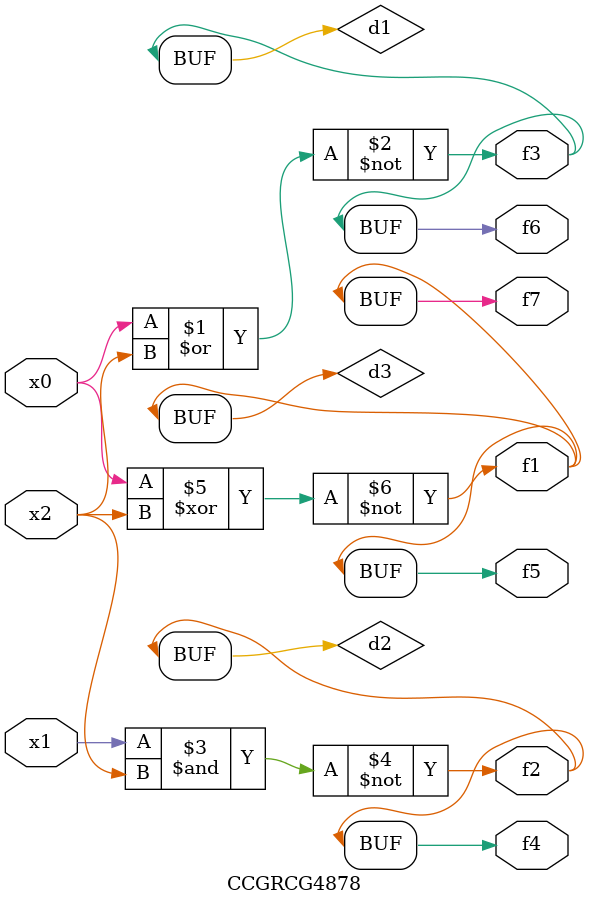
<source format=v>
module CCGRCG4878(
	input x0, x1, x2,
	output f1, f2, f3, f4, f5, f6, f7
);

	wire d1, d2, d3;

	nor (d1, x0, x2);
	nand (d2, x1, x2);
	xnor (d3, x0, x2);
	assign f1 = d3;
	assign f2 = d2;
	assign f3 = d1;
	assign f4 = d2;
	assign f5 = d3;
	assign f6 = d1;
	assign f7 = d3;
endmodule

</source>
